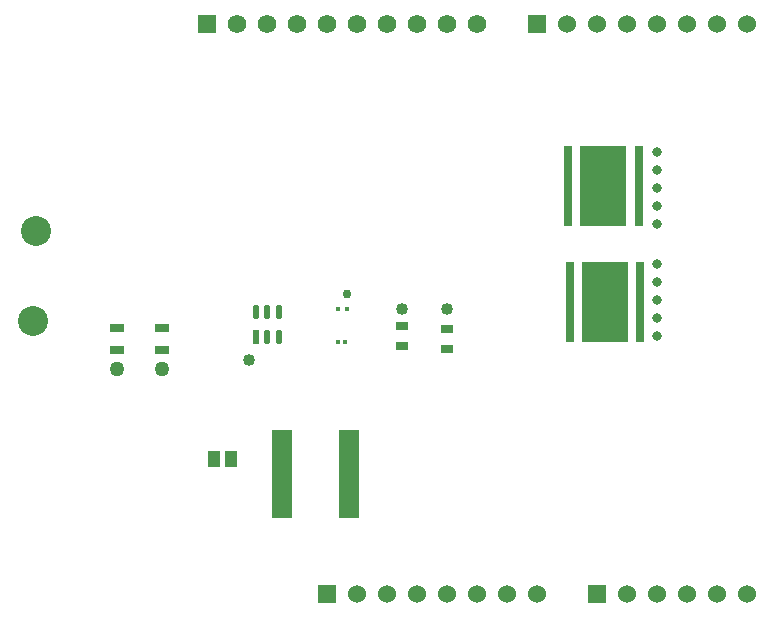
<source format=gbr>
%TF.GenerationSoftware,Altium Limited,Altium Designer,25.5.2 (35)*%
G04 Layer_Color=8388736*
%FSLAX45Y45*%
%MOMM*%
%TF.SameCoordinates,BFD2D179-1F78-4762-B65C-0EBC3C109862*%
%TF.FilePolarity,Negative*%
%TF.FileFunction,Soldermask,Top*%
%TF.Part,Single*%
G01*
G75*
%TA.AperFunction,SMDPad,CuDef*%
%ADD10R,0.45000X0.45000*%
%ADD11R,0.45000X0.35000*%
%ADD12R,1.80000X7.50000*%
%ADD13R,1.30000X0.70000*%
G04:AMPARAMS|DCode=14|XSize=1.25439mm|YSize=0.53213mm|CornerRadius=0.26606mm|HoleSize=0mm|Usage=FLASHONLY|Rotation=90.000|XOffset=0mm|YOffset=0mm|HoleType=Round|Shape=RoundedRectangle|*
%AMROUNDEDRECTD14*
21,1,1.25439,0.00000,0,0,90.0*
21,1,0.72226,0.53213,0,0,90.0*
1,1,0.53213,0.00000,0.36113*
1,1,0.53213,0.00000,-0.36113*
1,1,0.53213,0.00000,-0.36113*
1,1,0.53213,0.00000,0.36113*
%
%ADD14ROUNDEDRECTD14*%
%ADD15R,0.53213X1.25439*%
%ADD16R,1.10464X1.35620*%
%ADD17R,0.70000X6.76000*%
%ADD18R,3.90000X6.76000*%
%ADD19R,1.05000X0.65000*%
%TA.AperFunction,ComponentPad*%
%ADD21R,1.53000X1.53000*%
%ADD22C,1.53000*%
%ADD23C,1.57000*%
%ADD24R,1.57000X1.57000*%
%TA.AperFunction,ViaPad*%
%ADD25C,2.54000*%
%ADD26C,1.01600*%
%ADD27C,0.81280*%
%ADD28C,0.76200*%
%ADD29C,1.27000*%
D10*
X2880999Y2667000D02*
D03*
X2960999D02*
D03*
D11*
X2881400Y2387600D02*
D03*
X2946400D02*
D03*
D12*
X2413000Y1270000D02*
D03*
X2973000D02*
D03*
D13*
X1397000Y2508000D02*
D03*
Y2318000D02*
D03*
X1016000Y2508000D02*
D03*
Y2318000D02*
D03*
D14*
X2191000Y2645029D02*
D03*
X2286000D02*
D03*
X2381000D02*
D03*
Y2434971D02*
D03*
X2286000D02*
D03*
D15*
X2191000D02*
D03*
D16*
X1834422Y1397000D02*
D03*
X1975578D02*
D03*
D17*
X4843500Y2730500D02*
D03*
X5443500D02*
D03*
X4830800Y3708400D02*
D03*
X5430800D02*
D03*
D18*
X5143500Y2730500D02*
D03*
X5130800Y3708400D02*
D03*
D19*
X3429000Y2353400D02*
D03*
Y2523400D02*
D03*
X3810000Y2328000D02*
D03*
Y2498000D02*
D03*
D21*
X4572000Y5080000D02*
D03*
X5080000Y254000D02*
D03*
X2794000D02*
D03*
D22*
X4826000Y5080000D02*
D03*
X5080000D02*
D03*
X5334000D02*
D03*
X5588000D02*
D03*
X5842000D02*
D03*
X6096000D02*
D03*
X6350000D02*
D03*
X5334000Y254000D02*
D03*
X5588000D02*
D03*
X5842000D02*
D03*
X6096000D02*
D03*
X6350000D02*
D03*
X3048000D02*
D03*
X3302000D02*
D03*
X3556000D02*
D03*
X3810000D02*
D03*
X4572000D02*
D03*
X4064000D02*
D03*
X4318000D02*
D03*
D23*
X4064000Y5080000D02*
D03*
X3810000D02*
D03*
X3556000D02*
D03*
X3302000D02*
D03*
X3048000D02*
D03*
X2794000D02*
D03*
X2286000D02*
D03*
X2032000D02*
D03*
X2540000D02*
D03*
D24*
X1778000D02*
D03*
D25*
X304800Y2565400D02*
D03*
X330200Y3327400D02*
D03*
D26*
X3810000Y2667000D02*
D03*
X2133600Y2235200D02*
D03*
X3429000Y2667000D02*
D03*
D27*
X5588000Y2438400D02*
D03*
Y2743200D02*
D03*
Y3390900D02*
D03*
Y3048000D02*
D03*
Y2895600D02*
D03*
Y3543300D02*
D03*
Y3848100D02*
D03*
Y2590800D02*
D03*
Y4000500D02*
D03*
Y3695700D02*
D03*
D28*
X2959100Y2794000D02*
D03*
D29*
X1397000Y2159000D02*
D03*
X1016000D02*
D03*
%TF.MD5,adbb8dc0de766c6334cff78630769e82*%
M02*

</source>
